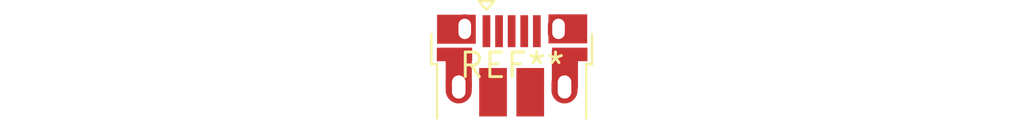
<source format=kicad_pcb>
(kicad_pcb (version 20240108) (generator pcbnew)
  (layers (0 "F.Cu" signal) (31 "B.Cu" signal) (34 "B.Paste" user) (35 "F.Paste" user) (36 "B.SilkS" user "B.Silkscreen") (37 "F.SilkS" user "F.Silkscreen") (38 "B.Mask" user) (39 "F.Mask" user) (44 "Edge.Cuts" user))
  (net 0 "")
  (footprint "USB_Micro-B_Amphenol_10103594-0001LF_Horizontal" (layer "F.Cu") (at 0 0)
    (property "Reference" "REF**")
    (property "Value" "USB_Micro-B_Amphenol_10103594-0001LF_Horizontal")
    (fp_line (start -4.175 -0.065) (end -4.175 -1.615) (layer "F.SilkS") (stroke (width 0.12)))
    (fp_line (start -4.175 -0.065) (end -3.875 -0.065) (layer "F.SilkS") (stroke (width 0.12)))
    (fp_line (start -3.875 2.735) (end -3.875 -0.065) (layer "F.SilkS") (stroke (width 0.12)))
    (fp_line (start -1.725 -3.315) (end -0.925 -3.315) (layer "F.SilkS") (stroke (width 0.12)))
    (fp_line (start -1.325 -2.865) (end -1.725 -3.315) (layer "F.SilkS") (stroke (width 0.12)))
    (fp_line (start -0.925 -3.315) (end -1.325 -2.865) (layer "F.SilkS") (stroke (width 0.12)))
    (fp_line (start 3.825 -0.065) (end 4.125 -0.065) (layer "F.SilkS") (stroke (width 0.12)))
    (fp_line (start 3.825 2.735) (end 3.825 -0.065) (layer "F.SilkS") (stroke (width 0.12)))
    (fp_line (start 4.125 -0.065) (end 4.125 -1.615) (layer "F.SilkS") (stroke (width 0.12)))
    (pad "1" smd rect (at -1.325 -1.765 90) (size 1.65 0.4) (layers "F.Cu" "F.Paste" "F.Mask"))
    (pad "2" smd rect (at -0.675 -1.765 90) (size 1.65 0.4) (layers "F.Cu" "F.Paste" "F.Mask"))
    (pad "3" smd rect (at -0.025 -1.765 90) (size 1.65 0.4) (layers "F.Cu" "F.Paste" "F.Mask"))
    (pad "4" smd rect (at 0.625 -1.765 90) (size 1.65 0.4) (layers "F.Cu" "F.Paste" "F.Mask"))
    (pad "5" smd rect (at 1.275 -1.765 90) (size 1.65 0.4) (layers "F.Cu" "F.Paste" "F.Mask"))
    (pad "6" smd rect (at -2.975 -0.565) (size 1.825 0.7) (layers "F.Cu" "F.Paste" "F.Mask"))
    (pad "6" smd rect (at -2.875 -1.865) (size 2 1.5) (layers "F.Cu" "F.Paste" "F.Mask"))
    (pad "6" smd rect (at -2.755 0.185) (size 1.35 2) (layers "F.Cu" "F.Paste" "F.Mask"))
    (pad "6" thru_hole oval (at -2.755 1.115 90) (size 1.7 1.35) (drill oval 1.2 0.7) (layers *.Cu *.Mask) (remove_unused_layers))
    (pad "6" thru_hole oval (at -2.445 -1.885 90) (size 1.5 1.1) (drill oval 1.05 0.65) (layers *.Cu *.Mask) (remove_unused_layers))
    (pad "6" smd rect (at -0.985 1.385 90) (size 2.5 1.43) (layers "F.Cu" "F.Paste" "F.Mask"))
    (pad "6" smd rect (at 0.935 1.385 90) (size 2.5 1.43) (layers "F.Cu" "F.Paste" "F.Mask"))
    (pad "6" thru_hole oval (at 2.395 -1.885 90) (size 1.5 1.1) (drill oval 1.05 0.65) (layers *.Cu *.Mask) (remove_unused_layers))
    (pad "6" thru_hole oval (at 2.705 1.115 90) (size 1.7 1.35) (drill oval 1.2 0.7) (layers *.Cu *.Mask) (remove_unused_layers))
    (pad "6" smd rect (at 2.725 0.185) (size 1.35 2) (layers "F.Cu" "F.Paste" "F.Mask"))
    (pad "6" smd rect (at 2.875 -1.885) (size 2 1.5) (layers "F.Cu" "F.Paste" "F.Mask"))
    (pad "6" smd rect (at 2.975 -0.565) (size 1.825 0.7) (layers "F.Cu" "F.Paste" "F.Mask"))
  )
)
</source>
